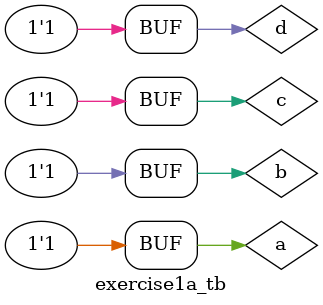
<source format=v>
`timescale 1ns/1ns
`include "exercise1a.v"

module exercise1a_tb();
    reg a, b, c, d;
    wire f;

    exercise1a ex1a(a, b, c, d, f);
    initial begin
        $dumpfile("exercise1a_tb.vcd");
        $dumpvars(0, exercise1a_tb);

        a = 1'b0; b=1'b0; c=1'b0; d=1'b0;
        #20;
        a = 1'b0; b=1'b0; c=1'b0; d=1'b1;
        #20;
        a = 1'b0; b=1'b0; c=1'b1; d=1'b0;
        #20;
        a = 1'b0; b=1'b0; c=1'b1; d=1'b1;
        #20;
        a = 1'b0; b=1'b1; c=1'b0; d=1'b0;
        #20;
        a = 1'b0; b=1'b1; c=1'b0; d=1'b1;
        #20;
        a = 1'b0; b=1'b1; c=1'b1; d=1'b0;
        #20;
        a = 1'b0; b=1'b1; c=1'b1; d=1'b1;
        #20;
        a = 1'b1; b=1'b0; c=1'b0; d=1'b0;
        #20;
        a = 1'b1; b=1'b0; c=1'b0; d=1'b1;
        #20;
        a = 1'b1; b=1'b0; c=1'b1; d=1'b0;
        #20;
        a = 1'b1; b=1'b0; c=1'b1; d=1'b1;
        #20;
        a = 1'b1; b=1'b1; c=1'b0; d=1'b0;
        #20;
        a = 1'b1; b=1'b1; c=1'b0; d=1'b1;
        #20;
        a = 1'b1; b=1'b1; c=1'b1; d=1'b0;
        #20;
        a = 1'b1; b=1'b1; c=1'b1; d=1'b1;
        #20;

        $display("Test complete");
    end
endmodule
</source>
